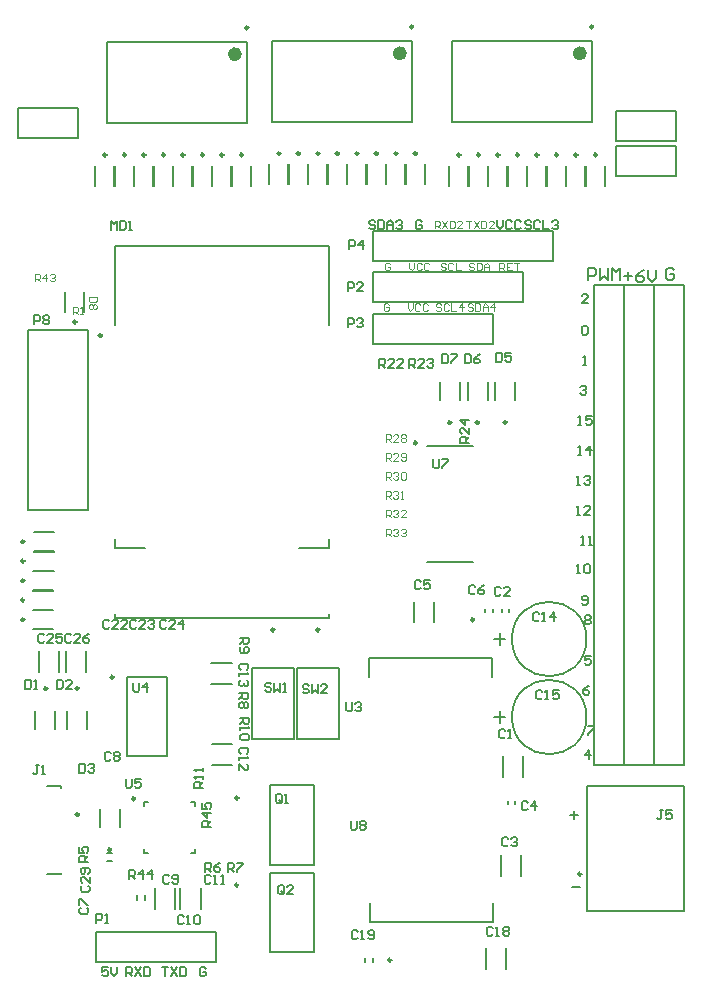
<source format=gto>
G04*
G04 #@! TF.GenerationSoftware,Altium Limited,Altium Designer,20.1.14 (287)*
G04*
G04 Layer_Color=65535*
%FSLAX25Y25*%
%MOIN*%
G70*
G04*
G04 #@! TF.SameCoordinates,C357774A-A1FF-41C0-A387-8AFBD113A784*
G04*
G04*
G04 #@! TF.FilePolarity,Positive*
G04*
G01*
G75*
%ADD10C,0.00984*%
%ADD11C,0.02362*%
%ADD12C,0.00787*%
%ADD13C,0.00400*%
%ADD14C,0.00600*%
%ADD15C,0.00500*%
%ADD16C,0.00591*%
D10*
X274492Y379390D02*
G03*
X274492Y379390I-492J0D01*
G01*
X319992D02*
G03*
X319992Y379390I-492J0D01*
G01*
X313492D02*
G03*
X313492Y379390I-492J0D01*
G01*
X306992D02*
G03*
X306992Y379390I-492J0D01*
G01*
X300492D02*
G03*
X300492Y379390I-492J0D01*
G01*
X287492D02*
G03*
X287492Y379390I-492J0D01*
G01*
X280992D02*
G03*
X280992Y379390I-492J0D01*
G01*
X318740Y422114D02*
G03*
X318740Y422114I-492J0D01*
G01*
X293992Y379390D02*
G03*
X293992Y379390I-492J0D01*
G01*
X201992D02*
G03*
X201992Y379390I-492J0D01*
G01*
X195492D02*
G03*
X195492Y379390I-492J0D01*
G01*
X182492D02*
G03*
X182492Y379390I-492J0D01*
G01*
X175992D02*
G03*
X175992Y379390I-492J0D01*
G01*
X169492D02*
G03*
X169492Y379390I-492J0D01*
G01*
X162992D02*
G03*
X162992Y379390I-492J0D01*
G01*
X188992D02*
G03*
X188992Y379390I-492J0D01*
G01*
X156492D02*
G03*
X156492Y379390I-492J0D01*
G01*
X203740Y421807D02*
G03*
X203740Y421807I-492J0D01*
G01*
X259992Y379890D02*
G03*
X259992Y379890I-492J0D01*
G01*
X258740Y422114D02*
G03*
X258740Y422114I-492J0D01*
G01*
X253492Y379890D02*
G03*
X253492Y379890I-492J0D01*
G01*
X246992D02*
G03*
X246992Y379890I-492J0D01*
G01*
X240492D02*
G03*
X240492Y379890I-492J0D01*
G01*
X233992D02*
G03*
X233992Y379890I-492J0D01*
G01*
X227492D02*
G03*
X227492Y379890I-492J0D01*
G01*
X220992D02*
G03*
X220992Y379890I-492J0D01*
G01*
X214492D02*
G03*
X214492Y379890I-492J0D01*
G01*
X155004Y319205D02*
G03*
X155004Y319205I-492J0D01*
G01*
X129102Y224500D02*
G03*
X129102Y224500I-492J0D01*
G01*
Y231000D02*
G03*
X129102Y231000I-492J0D01*
G01*
Y237500D02*
G03*
X129102Y237500I-492J0D01*
G01*
X129150Y250500D02*
G03*
X129150Y250500I-492J0D01*
G01*
Y244000D02*
G03*
X129150Y244000I-492J0D01*
G01*
X259976Y283374D02*
G03*
X259976Y283374I-492J0D01*
G01*
X158925Y205287D02*
G03*
X158925Y205287I-492J0D01*
G01*
X158024Y147776D02*
G03*
X158024Y147776I-492J0D01*
G01*
X314791Y139657D02*
G03*
X314791Y139657I-492J0D01*
G01*
X147283Y159461D02*
G03*
X147283Y159461I-492J0D01*
G01*
X289894Y290197D02*
G03*
X289894Y290197I-492J0D01*
G01*
X280644D02*
G03*
X280644Y290197I-492J0D01*
G01*
X271394D02*
G03*
X271394Y290197I-492J0D01*
G01*
X166026Y164764D02*
G03*
X166026Y164764I-492J0D01*
G01*
X279028Y224500D02*
G03*
X279028Y224500I-492J0D01*
G01*
X251457Y111000D02*
G03*
X251457Y111000I-492J0D01*
G01*
X146492Y323709D02*
G03*
X146492Y323709I-492J0D01*
G01*
X136721Y201539D02*
G03*
X136721Y201539I-492J0D01*
G01*
X147221D02*
G03*
X147221Y201539I-492J0D01*
G01*
X227492Y221087D02*
G03*
X227492Y221087I-492J0D01*
G01*
X212492D02*
G03*
X212492Y221087I-492J0D01*
G01*
X200390Y136000D02*
G03*
X200390Y136000I-492J0D01*
G01*
X200488Y165055D02*
G03*
X200488Y165055I-492J0D01*
G01*
D11*
X315472Y413256D02*
G03*
X315472Y413256I-1181J0D01*
G01*
X200472Y412949D02*
G03*
X200472Y412949I-1181J0D01*
G01*
X255472Y413256D02*
G03*
X255472Y413256I-1181J0D01*
G01*
D12*
X316480Y192000D02*
G03*
X316480Y192000I-12402J0D01*
G01*
Y218000D02*
G03*
X316480Y218000I-12402J0D01*
G01*
X305500Y344000D02*
Y354000D01*
X245500Y344000D02*
Y354000D01*
X305500D01*
X245500Y344000D02*
X305500D01*
X295500Y330500D02*
Y340500D01*
X245500Y330500D02*
X295500D01*
X245500Y340500D02*
X295500D01*
X245500Y330500D02*
Y340500D01*
X277150Y369153D02*
Y375847D01*
X270850Y369153D02*
Y375847D01*
X326500Y372500D02*
Y382500D01*
X346500D01*
Y372500D02*
Y382500D01*
X326500Y372500D02*
X346500D01*
X326500Y384000D02*
Y394000D01*
X346500D01*
Y384000D02*
Y394000D01*
X326500Y384000D02*
X346500D01*
X147000Y385000D02*
Y395000D01*
X127000Y385000D02*
X147000D01*
X127000D02*
Y395000D01*
X147000D01*
X322650Y369153D02*
Y375847D01*
X316350Y369153D02*
Y375847D01*
X316150Y369153D02*
Y375847D01*
X309850Y369153D02*
Y375847D01*
X309650Y369153D02*
Y375847D01*
X303350Y369153D02*
Y375847D01*
X303150Y369153D02*
Y375847D01*
X296850Y369153D02*
Y375847D01*
X290150Y369153D02*
Y375847D01*
X283850Y369153D02*
Y375847D01*
X283650Y369153D02*
Y375847D01*
X277350Y369153D02*
Y375847D01*
X271772Y417193D02*
X318228D01*
X271772Y390421D02*
X318228D01*
Y417193D01*
X271772Y390421D02*
Y417193D01*
X296650Y369153D02*
Y375847D01*
X290350Y369153D02*
Y375847D01*
X204650Y369153D02*
Y375847D01*
X198350Y369153D02*
Y375847D01*
X198150Y369153D02*
Y375847D01*
X191850Y369153D02*
Y375847D01*
X185150Y369153D02*
Y375847D01*
X178850Y369153D02*
Y375847D01*
X178650Y369153D02*
Y375847D01*
X172350Y369153D02*
Y375847D01*
X172150Y369153D02*
Y375847D01*
X165850Y369153D02*
Y375847D01*
X165650Y369153D02*
Y375847D01*
X159350Y369153D02*
Y375847D01*
X191650Y369153D02*
Y375847D01*
X185350Y369153D02*
Y375847D01*
X159150Y369153D02*
Y375847D01*
X152850Y369153D02*
Y375847D01*
X156772Y416886D02*
X203228D01*
X156772Y390114D02*
X203228D01*
Y416886D01*
X156772Y390114D02*
Y416886D01*
X262650Y369654D02*
Y376346D01*
X256350Y369654D02*
Y376346D01*
X211772Y417193D02*
X258228D01*
X211772Y390421D02*
X258228D01*
Y417193D01*
X211772Y390421D02*
Y417193D01*
X256150Y369654D02*
Y376346D01*
X249850Y369654D02*
Y376346D01*
X249650Y369654D02*
Y376346D01*
X243350Y369654D02*
Y376346D01*
X243150Y369654D02*
Y376346D01*
X236850Y369654D02*
Y376346D01*
X236650Y369654D02*
Y376346D01*
X230350Y369654D02*
Y376346D01*
X230150Y369654D02*
Y376346D01*
X223850Y369654D02*
Y376346D01*
X223650Y369654D02*
Y376346D01*
X217350Y369654D02*
Y376346D01*
X217150Y369654D02*
Y376346D01*
X210850Y369654D02*
Y376346D01*
X159335Y349185D02*
X230594D01*
Y248398D02*
Y251252D01*
Y322748D02*
Y349185D01*
X159335Y248398D02*
X169217D01*
X220713D02*
X230594D01*
X159335D02*
Y251252D01*
Y322748D02*
Y349185D01*
Y225161D02*
X230594D01*
Y225386D02*
Y226291D01*
X159335Y225386D02*
Y226476D01*
X132153Y221350D02*
X138847D01*
X132153Y227650D02*
X138847D01*
X150500Y261000D02*
Y321000D01*
X130500D02*
X150500D01*
X130500Y261000D02*
Y321000D01*
Y261000D02*
X150500D01*
X132153Y234150D02*
X138847D01*
X132153Y227850D02*
X138847D01*
X132153Y240650D02*
X138847D01*
X132153Y234350D02*
X138847D01*
X132201Y253650D02*
X138894D01*
X132201Y247350D02*
X138894D01*
X132201Y247150D02*
X138894D01*
X132201Y240850D02*
X138894D01*
X134153Y207055D02*
Y213945D01*
X140858Y207076D02*
Y213966D01*
X143154Y207055D02*
Y213945D01*
X149858Y207076D02*
Y213966D01*
X285500Y316500D02*
Y326500D01*
X245500Y316500D02*
X285500D01*
X245500Y326500D02*
X285500D01*
X245500Y316500D02*
Y326500D01*
X263285Y243709D02*
X278715D01*
X263285Y282291D02*
X278715D01*
X163354Y179106D02*
X176740D01*
X163354Y205484D02*
X176740D01*
Y179106D02*
Y205484D01*
X163354Y179106D02*
Y205484D01*
X285279Y226909D02*
Y228091D01*
X282720Y226909D02*
Y228091D01*
X290779Y226862D02*
Y228043D01*
X288221Y226862D02*
Y228043D01*
X154283Y155354D02*
Y161260D01*
X160976Y155354D02*
Y161260D01*
X339079Y336035D02*
X349079D01*
X339079Y183535D02*
Y336035D01*
Y176035D02*
Y183535D01*
Y176035D02*
X349079D01*
Y336035D01*
X329079D02*
X339079D01*
X329079Y183535D02*
Y336035D01*
Y176035D02*
Y183535D01*
Y176035D02*
X339079D01*
Y336035D01*
X319079D02*
X329079D01*
X319079Y183535D02*
Y336035D01*
Y176035D02*
Y183535D01*
Y176035D02*
X329079D01*
Y336035D01*
X295346Y172055D02*
Y178945D01*
X288642Y172034D02*
Y178924D01*
X290220Y162909D02*
Y164091D01*
X292779Y162909D02*
Y164091D01*
X294847Y139055D02*
Y145945D01*
X288142Y139034D02*
Y145924D01*
X349142Y127453D02*
Y169185D01*
X316858D02*
X349142D01*
X316858Y127453D02*
Y169185D01*
Y127453D02*
X349142D01*
X136811Y139579D02*
X141476D01*
Y140169D01*
X136811Y169106D02*
X141476D01*
Y168516D02*
Y169106D01*
X286154Y297776D02*
Y303681D01*
X292846Y297776D02*
Y303681D01*
X276904Y297776D02*
Y303681D01*
X283596Y297776D02*
Y303681D01*
X267653Y297776D02*
Y303681D01*
X274346Y297776D02*
Y303681D01*
X284972Y205405D02*
Y211705D01*
X244028Y205405D02*
Y211705D01*
X284972D01*
X244528Y123795D02*
Y130095D01*
X285472Y123795D02*
Y130095D01*
X244528Y123795D02*
X285472D01*
X245280Y110409D02*
Y111591D01*
X242721Y110409D02*
Y111591D01*
X283142Y108034D02*
Y114924D01*
X289846Y108055D02*
Y114945D01*
X265858Y223576D02*
Y230466D01*
X259154Y223555D02*
Y230445D01*
X233890Y184689D02*
Y208311D01*
X220110D02*
X233890D01*
X220110Y184689D02*
X233890D01*
X220110D02*
Y208311D01*
X211118Y142811D02*
Y169189D01*
Y142811D02*
X225685D01*
Y169189D01*
X211118D02*
X225685D01*
X191534Y182858D02*
X198424D01*
X191555Y176154D02*
X198445D01*
X156669Y143965D02*
X158244D01*
X156669Y146721D02*
X158244D01*
X143283Y188055D02*
Y193961D01*
X149976Y188055D02*
Y193961D01*
X166669Y130961D02*
Y132535D01*
X169425Y130961D02*
Y132535D01*
X132783Y188055D02*
Y193961D01*
X139476Y188055D02*
Y193961D01*
X153000Y110500D02*
Y120500D01*
X193000D01*
X153000Y110500D02*
X193000D01*
Y120500D01*
X218890Y184689D02*
Y208311D01*
X205110D02*
X218890D01*
X205110Y184689D02*
X218890D01*
X205110D02*
Y208311D01*
X211020Y113756D02*
Y140134D01*
Y113756D02*
X225587D01*
Y140134D01*
X211020D02*
X225587D01*
X191491Y209862D02*
X198381D01*
X191512Y203157D02*
X198402D01*
X169069Y162350D02*
Y163728D01*
X170447D01*
X184620D02*
X185998D01*
Y162350D02*
Y163728D01*
Y146799D02*
Y148177D01*
X184620Y146799D02*
X185998D01*
X169069D02*
Y148177D01*
Y146799D02*
X170447D01*
X149150Y327153D02*
Y333846D01*
X142850Y327153D02*
Y333846D01*
X181189Y128054D02*
Y134944D01*
X187894Y128075D02*
Y134965D01*
X172689Y128054D02*
Y134944D01*
X179394Y128075D02*
Y134965D01*
D13*
X251066Y342983D02*
X250650Y343399D01*
X249816D01*
X249400Y342983D01*
Y341317D01*
X249816Y340900D01*
X250650D01*
X251066Y341317D01*
Y342150D01*
X250233D01*
X276400Y357399D02*
X278066D01*
X277233D01*
Y354900D01*
X278899Y357399D02*
X280565Y354900D01*
Y357399D02*
X278899Y354900D01*
X281398Y357399D02*
Y354900D01*
X282648D01*
X283065Y355316D01*
Y356983D01*
X282648Y357399D01*
X281398D01*
X285564Y354900D02*
X283898D01*
X285564Y356566D01*
Y356983D01*
X285147Y357399D01*
X284314D01*
X283898Y356983D01*
X250566Y329483D02*
X250150Y329899D01*
X249317D01*
X248900Y329483D01*
Y327817D01*
X249317Y327400D01*
X250150D01*
X250566Y327817D01*
Y328650D01*
X249733D01*
X287400Y340900D02*
Y343399D01*
X288650D01*
X289066Y342983D01*
Y342150D01*
X288650Y341733D01*
X287400D01*
X288233D02*
X289066Y340900D01*
X291565Y343399D02*
X289899D01*
Y340900D01*
X291565D01*
X289899Y342150D02*
X290732D01*
X292398Y343399D02*
X294064D01*
X293231D01*
Y340900D01*
X268066Y329483D02*
X267650Y329899D01*
X266816D01*
X266400Y329483D01*
Y329066D01*
X266816Y328650D01*
X267650D01*
X268066Y328233D01*
Y327817D01*
X267650Y327400D01*
X266816D01*
X266400Y327817D01*
X270565Y329483D02*
X270149Y329899D01*
X269316D01*
X268899Y329483D01*
Y327817D01*
X269316Y327400D01*
X270149D01*
X270565Y327817D01*
X271398Y329899D02*
Y327400D01*
X273064D01*
X275147D02*
Y329899D01*
X273898Y328650D01*
X275564D01*
X279066Y342983D02*
X278650Y343399D01*
X277817D01*
X277400Y342983D01*
Y342566D01*
X277817Y342150D01*
X278650D01*
X279066Y341733D01*
Y341317D01*
X278650Y340900D01*
X277817D01*
X277400Y341317D01*
X279899Y343399D02*
Y340900D01*
X281149D01*
X281565Y341317D01*
Y342983D01*
X281149Y343399D01*
X279899D01*
X282398Y340900D02*
Y342566D01*
X283231Y343399D01*
X284065Y342566D01*
Y340900D01*
Y342150D01*
X282398D01*
X278566Y329483D02*
X278150Y329899D01*
X277316D01*
X276900Y329483D01*
Y329066D01*
X277316Y328650D01*
X278150D01*
X278566Y328233D01*
Y327817D01*
X278150Y327400D01*
X277316D01*
X276900Y327817D01*
X279399Y329899D02*
Y327400D01*
X280649D01*
X281065Y327817D01*
Y329483D01*
X280649Y329899D01*
X279399D01*
X281898Y327400D02*
Y329066D01*
X282731Y329899D01*
X283564Y329066D01*
Y327400D01*
Y328650D01*
X281898D01*
X285647Y327400D02*
Y329899D01*
X284398Y328650D01*
X286064D01*
X257400Y343399D02*
Y341733D01*
X258233Y340900D01*
X259066Y341733D01*
Y343399D01*
X261565Y342983D02*
X261149Y343399D01*
X260316D01*
X259899Y342983D01*
Y341317D01*
X260316Y340900D01*
X261149D01*
X261565Y341317D01*
X264065Y342983D02*
X263648Y343399D01*
X262815D01*
X262398Y342983D01*
Y341317D01*
X262815Y340900D01*
X263648D01*
X264065Y341317D01*
X269566Y342983D02*
X269150Y343399D01*
X268317D01*
X267900Y342983D01*
Y342566D01*
X268317Y342150D01*
X269150D01*
X269566Y341733D01*
Y341317D01*
X269150Y340900D01*
X268317D01*
X267900Y341317D01*
X272065Y342983D02*
X271649Y343399D01*
X270816D01*
X270399Y342983D01*
Y341317D01*
X270816Y340900D01*
X271649D01*
X272065Y341317D01*
X272898Y343399D02*
Y340900D01*
X274565D01*
X256900Y329899D02*
Y328233D01*
X257733Y327400D01*
X258566Y328233D01*
Y329899D01*
X261065Y329483D02*
X260649Y329899D01*
X259816D01*
X259399Y329483D01*
Y327817D01*
X259816Y327400D01*
X260649D01*
X261065Y327817D01*
X263564Y329483D02*
X263148Y329899D01*
X262315D01*
X261898Y329483D01*
Y327817D01*
X262315Y327400D01*
X263148D01*
X263564Y327817D01*
X265900Y354900D02*
Y357399D01*
X267150D01*
X267566Y356983D01*
Y356150D01*
X267150Y355733D01*
X265900D01*
X266733D02*
X267566Y354900D01*
X268399Y357399D02*
X270065Y354900D01*
Y357399D02*
X268399Y354900D01*
X270898Y357399D02*
Y354900D01*
X272148D01*
X272565Y355316D01*
Y356983D01*
X272148Y357399D01*
X270898D01*
X275064Y354900D02*
X273398D01*
X275064Y356566D01*
Y356983D01*
X274647Y357399D01*
X273814D01*
X273398Y356983D01*
X249668Y252250D02*
Y254750D01*
X250917D01*
X251334Y254333D01*
Y253500D01*
X250917Y253083D01*
X249668D01*
X250501D02*
X251334Y252250D01*
X252167Y254333D02*
X252584Y254750D01*
X253416D01*
X253833Y254333D01*
Y253917D01*
X253416Y253500D01*
X253000D01*
X253416D01*
X253833Y253083D01*
Y252667D01*
X253416Y252250D01*
X252584D01*
X252167Y252667D01*
X254666Y254333D02*
X255083Y254750D01*
X255916D01*
X256332Y254333D01*
Y253917D01*
X255916Y253500D01*
X255499D01*
X255916D01*
X256332Y253083D01*
Y252667D01*
X255916Y252250D01*
X255083D01*
X254666Y252667D01*
X249668Y258550D02*
Y261050D01*
X250917D01*
X251334Y260633D01*
Y259800D01*
X250917Y259384D01*
X249668D01*
X250501D02*
X251334Y258550D01*
X252167Y260633D02*
X252584Y261050D01*
X253416D01*
X253833Y260633D01*
Y260216D01*
X253416Y259800D01*
X253000D01*
X253416D01*
X253833Y259384D01*
Y258967D01*
X253416Y258550D01*
X252584D01*
X252167Y258967D01*
X256332Y258550D02*
X254666D01*
X256332Y260216D01*
Y260633D01*
X255916Y261050D01*
X255083D01*
X254666Y260633D01*
X249584Y264850D02*
Y267350D01*
X250834D01*
X251250Y266933D01*
Y266100D01*
X250834Y265684D01*
X249584D01*
X250417D02*
X251250Y264850D01*
X252083Y266933D02*
X252500Y267350D01*
X253333D01*
X253750Y266933D01*
Y266516D01*
X253333Y266100D01*
X252917D01*
X253333D01*
X253750Y265684D01*
Y265267D01*
X253333Y264850D01*
X252500D01*
X252083Y265267D01*
X254583Y264850D02*
X255416D01*
X254999D01*
Y267350D01*
X254583Y266933D01*
X249668Y271150D02*
Y273650D01*
X250917D01*
X251334Y273233D01*
Y272400D01*
X250917Y271984D01*
X249668D01*
X250501D02*
X251334Y271150D01*
X252167Y273233D02*
X252584Y273650D01*
X253416D01*
X253833Y273233D01*
Y272816D01*
X253416Y272400D01*
X253000D01*
X253416D01*
X253833Y271984D01*
Y271567D01*
X253416Y271150D01*
X252584D01*
X252167Y271567D01*
X254666Y273233D02*
X255083Y273650D01*
X255916D01*
X256332Y273233D01*
Y271567D01*
X255916Y271150D01*
X255083D01*
X254666Y271567D01*
Y273233D01*
X249668Y277450D02*
Y279950D01*
X250917D01*
X251334Y279533D01*
Y278700D01*
X250917Y278284D01*
X249668D01*
X250501D02*
X251334Y277450D01*
X253833D02*
X252167D01*
X253833Y279117D01*
Y279533D01*
X253416Y279950D01*
X252584D01*
X252167Y279533D01*
X254666Y277867D02*
X255083Y277450D01*
X255916D01*
X256332Y277867D01*
Y279533D01*
X255916Y279950D01*
X255083D01*
X254666Y279533D01*
Y279117D01*
X255083Y278700D01*
X256332D01*
X249668Y283750D02*
Y286250D01*
X250917D01*
X251334Y285833D01*
Y285000D01*
X250917Y284583D01*
X249668D01*
X250501D02*
X251334Y283750D01*
X253833D02*
X252167D01*
X253833Y285417D01*
Y285833D01*
X253416Y286250D01*
X252584D01*
X252167Y285833D01*
X254666D02*
X255083Y286250D01*
X255916D01*
X256332Y285833D01*
Y285417D01*
X255916Y285000D01*
X256332Y284583D01*
Y284167D01*
X255916Y283750D01*
X255083D01*
X254666Y284167D01*
Y284583D01*
X255083Y285000D01*
X254666Y285417D01*
Y285833D01*
X255083Y285000D02*
X255916D01*
X132668Y337250D02*
Y339750D01*
X133917D01*
X134334Y339333D01*
Y338500D01*
X133917Y338084D01*
X132668D01*
X133501D02*
X134334Y337250D01*
X136416D02*
Y339750D01*
X135167Y338500D01*
X136833D01*
X137666Y339333D02*
X138083Y339750D01*
X138916D01*
X139332Y339333D01*
Y338916D01*
X138916Y338500D01*
X138499D01*
X138916D01*
X139332Y338084D01*
Y337667D01*
X138916Y337250D01*
X138083D01*
X137666Y337667D01*
X145334Y326250D02*
Y328750D01*
X146583D01*
X147000Y328333D01*
Y327500D01*
X146583Y327083D01*
X145334D01*
X146167D02*
X147000Y326250D01*
X147833D02*
X148666D01*
X148250D01*
Y328750D01*
X147833Y328333D01*
X153250Y332083D02*
X150750D01*
Y330833D01*
X151167Y330416D01*
X152833D01*
X153250Y330833D01*
Y332083D01*
X152833Y329584D02*
X153250Y329167D01*
Y328334D01*
X152833Y327917D01*
X152417D01*
X152000Y328334D01*
X151584Y327917D01*
X151167D01*
X150750Y328334D01*
Y329167D01*
X151167Y329584D01*
X151584D01*
X152000Y329167D01*
X152417Y329584D01*
X152833D01*
X152000Y329167D02*
Y328334D01*
D14*
X329100Y339099D02*
X331766D01*
X330433Y340432D02*
Y337766D01*
X335765Y341099D02*
X334432Y340432D01*
X333099Y339099D01*
Y337766D01*
X333765Y337100D01*
X335098D01*
X335765Y337766D01*
Y338433D01*
X335098Y339099D01*
X333099D01*
X337097Y341099D02*
Y338433D01*
X338430Y337100D01*
X339763Y338433D01*
Y341099D01*
X189599Y108099D02*
X189100Y108599D01*
X188100D01*
X187600Y108099D01*
Y106100D01*
X188100Y105600D01*
X189100D01*
X189599Y106100D01*
Y107099D01*
X188600D01*
X345766Y340932D02*
X345099Y341599D01*
X343766D01*
X343100Y340932D01*
Y338266D01*
X343766Y337600D01*
X345099D01*
X345766Y338266D01*
Y339599D01*
X344433D01*
X317100Y337600D02*
Y341599D01*
X319099D01*
X319766Y340932D01*
Y339599D01*
X319099Y338933D01*
X317100D01*
X321099Y341599D02*
Y337600D01*
X322432Y338933D01*
X323764Y337600D01*
Y341599D01*
X325097Y337600D02*
Y341599D01*
X326430Y340266D01*
X327763Y341599D01*
Y337600D01*
X246099Y357099D02*
X245600Y357599D01*
X244600D01*
X244100Y357099D01*
Y356599D01*
X244600Y356100D01*
X245600D01*
X246099Y355600D01*
Y355100D01*
X245600Y354600D01*
X244600D01*
X244100Y355100D01*
X247099Y357599D02*
Y354600D01*
X248599D01*
X249098Y355100D01*
Y357099D01*
X248599Y357599D01*
X247099D01*
X250098Y354600D02*
Y356599D01*
X251098Y357599D01*
X252097Y356599D01*
Y354600D01*
Y356100D01*
X250098D01*
X253097Y357099D02*
X253597Y357599D01*
X254597D01*
X255096Y357099D01*
Y356599D01*
X254597Y356100D01*
X254097D01*
X254597D01*
X255096Y355600D01*
Y355100D01*
X254597Y354600D01*
X253597D01*
X253097Y355100D01*
X286600Y357599D02*
Y355600D01*
X287600Y354600D01*
X288599Y355600D01*
Y357599D01*
X291598Y357099D02*
X291098Y357599D01*
X290099D01*
X289599Y357099D01*
Y355100D01*
X290099Y354600D01*
X291098D01*
X291598Y355100D01*
X294597Y357099D02*
X294098Y357599D01*
X293098D01*
X292598Y357099D01*
Y355100D01*
X293098Y354600D01*
X294098D01*
X294597Y355100D01*
X157099Y108599D02*
X155100D01*
Y107099D01*
X156100Y107599D01*
X156599D01*
X157099Y107099D01*
Y106100D01*
X156599Y105600D01*
X155600D01*
X155100Y106100D01*
X158099Y108599D02*
Y106600D01*
X159099Y105600D01*
X160098Y106600D01*
Y108599D01*
X261599Y357099D02*
X261100Y357599D01*
X260100D01*
X259600Y357099D01*
Y355100D01*
X260100Y354600D01*
X261100D01*
X261599Y355100D01*
Y356100D01*
X260600D01*
X175100Y108599D02*
X177099D01*
X176100D01*
Y105600D01*
X178099Y108599D02*
X180098Y105600D01*
Y108599D02*
X178099Y105600D01*
X181098Y108599D02*
Y105600D01*
X182598D01*
X183097Y106100D01*
Y108099D01*
X182598Y108599D01*
X181098D01*
X298099Y357099D02*
X297600Y357599D01*
X296600D01*
X296100Y357099D01*
Y356599D01*
X296600Y356100D01*
X297600D01*
X298099Y355600D01*
Y355100D01*
X297600Y354600D01*
X296600D01*
X296100Y355100D01*
X301098Y357099D02*
X300599Y357599D01*
X299599D01*
X299099Y357099D01*
Y355100D01*
X299599Y354600D01*
X300599D01*
X301098Y355100D01*
X302098Y357599D02*
Y354600D01*
X304097D01*
X305097Y357099D02*
X305597Y357599D01*
X306597D01*
X307096Y357099D01*
Y356599D01*
X306597Y356100D01*
X306097D01*
X306597D01*
X307096Y355600D01*
Y355100D01*
X306597Y354600D01*
X305597D01*
X305097Y355100D01*
X163100Y105600D02*
Y108599D01*
X164600D01*
X165099Y108099D01*
Y107099D01*
X164600Y106600D01*
X163100D01*
X164100D02*
X165099Y105600D01*
X166099Y108599D02*
X168098Y105600D01*
Y108599D02*
X166099Y105600D01*
X169098Y108599D02*
Y105600D01*
X170598D01*
X171097Y106100D01*
Y108099D01*
X170598Y108599D01*
X169098D01*
X311100Y159499D02*
X313766D01*
X312433Y160832D02*
Y158167D01*
X311600Y135499D02*
X314266D01*
D15*
X315000Y322000D02*
X315500Y322499D01*
X316500D01*
X317000Y322000D01*
Y320000D01*
X316500Y319500D01*
X315500D01*
X315000Y320000D01*
Y322000D01*
Y230000D02*
X315500Y229501D01*
X316500D01*
X317000Y230000D01*
Y232000D01*
X316500Y232500D01*
X315500D01*
X315000Y232000D01*
Y231500D01*
X315500Y231000D01*
X317000D01*
X317500Y202500D02*
X316500Y202000D01*
X315500Y201000D01*
Y200000D01*
X316000Y199501D01*
X317000D01*
X317500Y200000D01*
Y200500D01*
X317000Y201000D01*
X315500D01*
X317000Y188999D02*
X319000D01*
Y188500D01*
X317000Y186500D01*
Y186001D01*
X313251Y240001D02*
X314250D01*
X313751D01*
Y243000D01*
X313251Y242500D01*
X315750D02*
X316250Y243000D01*
X317249D01*
X317749Y242500D01*
Y240500D01*
X317249Y240001D01*
X316250D01*
X315750Y240500D01*
Y242500D01*
X316000Y225500D02*
X316500Y225999D01*
X317500D01*
X318000Y225500D01*
Y225000D01*
X317500Y224500D01*
X318000Y224000D01*
Y223500D01*
X317500Y223001D01*
X316500D01*
X316000Y223500D01*
Y224000D01*
X316500Y224500D01*
X316000Y225000D01*
Y225500D01*
X316500Y224500D02*
X317500D01*
Y178000D02*
Y181000D01*
X316000Y179500D01*
X318000D01*
X313251Y269500D02*
X314250D01*
X313751D01*
Y272499D01*
X313251Y272000D01*
X315750D02*
X316250Y272499D01*
X317249D01*
X317749Y272000D01*
Y271500D01*
X317249Y271000D01*
X316750D01*
X317249D01*
X317749Y270500D01*
Y270000D01*
X317249Y269500D01*
X316250D01*
X315750Y270000D01*
X315500Y309501D02*
X316500D01*
X316000D01*
Y312499D01*
X315500Y312000D01*
X318000Y212499D02*
X316000D01*
Y211000D01*
X317000Y211500D01*
X317500D01*
X318000Y211000D01*
Y210000D01*
X317500Y209501D01*
X316500D01*
X316000Y210000D01*
X313751Y279501D02*
X314750D01*
X314251D01*
Y282500D01*
X313751Y282000D01*
X317749Y279501D02*
Y282500D01*
X316250Y281000D01*
X318249D01*
X313751Y289500D02*
X314750D01*
X314251D01*
Y292499D01*
X313751Y292000D01*
X318249Y292499D02*
X316250D01*
Y291000D01*
X317250Y291500D01*
X317749D01*
X318249Y291000D01*
Y290000D01*
X317749Y289500D01*
X316750D01*
X316250Y290000D01*
X314500Y302000D02*
X315000Y302500D01*
X316000D01*
X316500Y302000D01*
Y301500D01*
X316000Y301000D01*
X315500D01*
X316000D01*
X316500Y300500D01*
Y300000D01*
X316000Y299500D01*
X315000D01*
X314500Y300000D01*
X314751Y249500D02*
X315750D01*
X315250D01*
Y252500D01*
X314751Y252000D01*
X317250Y249500D02*
X318249D01*
X317750D01*
Y252500D01*
X317250Y252000D01*
X317000Y330000D02*
X315000D01*
X317000Y332000D01*
Y332500D01*
X316500Y332999D01*
X315500D01*
X315000Y332500D01*
X313251Y259501D02*
X314250D01*
X313751D01*
Y262499D01*
X313251Y262000D01*
X317749Y259501D02*
X315750D01*
X317749Y261500D01*
Y262000D01*
X317249Y262499D01*
X316250D01*
X315750Y262000D01*
X132501Y323001D02*
Y325999D01*
X134000D01*
X134500Y325500D01*
Y324500D01*
X134000Y324000D01*
X132501D01*
X135500Y325500D02*
X136000Y325999D01*
X136999D01*
X137499Y325500D01*
Y325000D01*
X136999Y324500D01*
X137499Y324000D01*
Y323500D01*
X136999Y323001D01*
X136000D01*
X135500Y323500D01*
Y324000D01*
X136000Y324500D01*
X135500Y325000D01*
Y325500D01*
X136000Y324500D02*
X136999D01*
X158013Y354441D02*
Y357440D01*
X159013Y356440D01*
X160013Y357440D01*
Y354441D01*
X161012Y357440D02*
Y354441D01*
X162512D01*
X163012Y354941D01*
Y356940D01*
X162512Y357440D01*
X161012D01*
X164012Y354441D02*
X165011D01*
X164511D01*
Y357440D01*
X164012Y356940D01*
X237001Y334000D02*
Y337000D01*
X238500D01*
X239000Y336500D01*
Y335500D01*
X238500Y335000D01*
X237001D01*
X241999Y334000D02*
X240000D01*
X241999Y336000D01*
Y336500D01*
X241499Y337000D01*
X240500D01*
X240000Y336500D01*
X237001Y322001D02*
Y324999D01*
X238500D01*
X239000Y324500D01*
Y323500D01*
X238500Y323000D01*
X237001D01*
X240000Y324500D02*
X240500Y324999D01*
X241499D01*
X241999Y324500D01*
Y324000D01*
X241499Y323500D01*
X241000D01*
X241499D01*
X241999Y323000D01*
Y322500D01*
X241499Y322001D01*
X240500D01*
X240000Y322500D01*
X265501Y277999D02*
Y275500D01*
X266001Y275001D01*
X267000D01*
X267500Y275500D01*
Y277999D01*
X268500D02*
X270499D01*
Y277500D01*
X268500Y275500D01*
Y275001D01*
X144827Y219248D02*
X144328Y219748D01*
X143328D01*
X142828Y219248D01*
Y217248D01*
X143328Y216748D01*
X144328D01*
X144827Y217248D01*
X147826Y216748D02*
X145827D01*
X147826Y218748D01*
Y219248D01*
X147327Y219748D01*
X146327D01*
X145827Y219248D01*
X150826Y219748D02*
X149826Y219248D01*
X148826Y218248D01*
Y217248D01*
X149326Y216748D01*
X150326D01*
X150826Y217248D01*
Y217748D01*
X150326Y218248D01*
X148826D01*
X135827Y219189D02*
X135328Y219689D01*
X134328D01*
X133828Y219189D01*
Y217189D01*
X134328Y216689D01*
X135328D01*
X135827Y217189D01*
X138826Y216689D02*
X136827D01*
X138826Y218689D01*
Y219189D01*
X138327Y219689D01*
X137327D01*
X136827Y219189D01*
X141825Y219689D02*
X139826D01*
Y218189D01*
X140826Y218689D01*
X141326D01*
X141825Y218189D01*
Y217189D01*
X141326Y216689D01*
X140326D01*
X139826Y217189D01*
X176501Y224000D02*
X176001Y224500D01*
X175001D01*
X174501Y224000D01*
Y222000D01*
X175001Y221500D01*
X176001D01*
X176501Y222000D01*
X179500Y221500D02*
X177500D01*
X179500Y223500D01*
Y224000D01*
X179000Y224500D01*
X178000D01*
X177500Y224000D01*
X181999Y221500D02*
Y224500D01*
X180499Y223000D01*
X182499D01*
X166501Y224000D02*
X166001Y224500D01*
X165001D01*
X164501Y224000D01*
Y222000D01*
X165001Y221500D01*
X166001D01*
X166501Y222000D01*
X169500Y221500D02*
X167500D01*
X169500Y223500D01*
Y224000D01*
X169000Y224500D01*
X168000D01*
X167500Y224000D01*
X170499D02*
X170999Y224500D01*
X171999D01*
X172499Y224000D01*
Y223500D01*
X171999Y223000D01*
X171499D01*
X171999D01*
X172499Y222500D01*
Y222000D01*
X171999Y221500D01*
X170999D01*
X170499Y222000D01*
X157501Y224000D02*
X157001Y224500D01*
X156001D01*
X155501Y224000D01*
Y222000D01*
X156001Y221500D01*
X157001D01*
X157501Y222000D01*
X160500Y221500D02*
X158500D01*
X160500Y223500D01*
Y224000D01*
X160000Y224500D01*
X159000D01*
X158500Y224000D01*
X163499Y221500D02*
X161499D01*
X163499Y223500D01*
Y224000D01*
X162999Y224500D01*
X161999D01*
X161499Y224000D01*
X301751Y200500D02*
X301251Y200999D01*
X300251D01*
X299751Y200500D01*
Y198500D01*
X300251Y198001D01*
X301251D01*
X301751Y198500D01*
X302750Y198001D02*
X303750D01*
X303250D01*
Y200999D01*
X302750Y200500D01*
X307249Y200999D02*
X305249D01*
Y199500D01*
X306249Y200000D01*
X306749D01*
X307249Y199500D01*
Y198500D01*
X306749Y198001D01*
X305749D01*
X305249Y198500D01*
X300751Y226500D02*
X300251Y226999D01*
X299251D01*
X298751Y226500D01*
Y224500D01*
X299251Y224001D01*
X300251D01*
X300751Y224500D01*
X301750Y224001D02*
X302750D01*
X302250D01*
Y226999D01*
X301750Y226500D01*
X305749Y224001D02*
Y226999D01*
X304249Y225500D01*
X306249D01*
X163001Y171500D02*
Y169000D01*
X163501Y168500D01*
X164500D01*
X165000Y169000D01*
Y171500D01*
X167999D02*
X166000D01*
Y170000D01*
X166999Y170500D01*
X167499D01*
X167999Y170000D01*
Y169000D01*
X167499Y168500D01*
X166500D01*
X166000Y169000D01*
X238001Y157500D02*
Y155000D01*
X238501Y154500D01*
X239500D01*
X240000Y155000D01*
Y157500D01*
X241000Y157000D02*
X241500Y157500D01*
X242499D01*
X242999Y157000D01*
Y156500D01*
X242499Y156000D01*
X242999Y155500D01*
Y155000D01*
X242499Y154500D01*
X241500D01*
X241000Y155000D01*
Y155500D01*
X241500Y156000D01*
X241000Y156500D01*
Y157000D01*
X241500Y156000D02*
X242499D01*
X165501Y203500D02*
Y201000D01*
X166001Y200500D01*
X167000D01*
X167500Y201000D01*
Y203500D01*
X169999Y200500D02*
Y203500D01*
X168500Y202000D01*
X170499D01*
X236501Y197000D02*
Y194500D01*
X237001Y194000D01*
X238000D01*
X238500Y194500D01*
Y197000D01*
X239500Y196500D02*
X240000Y197000D01*
X240999D01*
X241499Y196500D01*
Y196000D01*
X240999Y195500D01*
X240499D01*
X240999D01*
X241499Y195000D01*
Y194500D01*
X240999Y194000D01*
X240000D01*
X239500Y194500D01*
X224001Y202500D02*
X223501Y202999D01*
X222501D01*
X222001Y202500D01*
Y202000D01*
X222501Y201500D01*
X223501D01*
X224001Y201000D01*
Y200500D01*
X223501Y200001D01*
X222501D01*
X222001Y200500D01*
X225000Y202999D02*
Y200001D01*
X226000Y201000D01*
X227000Y200001D01*
Y202999D01*
X229999Y200001D02*
X227999D01*
X229999Y202000D01*
Y202500D01*
X229499Y202999D01*
X228499D01*
X227999Y202500D01*
X211501Y203000D02*
X211001Y203500D01*
X210001D01*
X209501Y203000D01*
Y202500D01*
X210001Y202000D01*
X211001D01*
X211501Y201500D01*
Y201000D01*
X211001Y200500D01*
X210001D01*
X209501Y201000D01*
X212500Y203500D02*
Y200500D01*
X213500Y201500D01*
X214499Y200500D01*
Y203500D01*
X215499Y200500D02*
X216499D01*
X215999D01*
Y203500D01*
X215499Y203000D01*
X191499Y155501D02*
X188500D01*
Y157001D01*
X189000Y157501D01*
X190000D01*
X190500Y157001D01*
Y155501D01*
Y156501D02*
X191499Y157501D01*
Y160000D02*
X188500D01*
X190000Y158500D01*
Y160500D01*
X188500Y163499D02*
Y161499D01*
X190000D01*
X189500Y162499D01*
Y162999D01*
X190000Y163499D01*
X191000D01*
X191499Y162999D01*
Y161999D01*
X191000Y161499D01*
X164049Y138020D02*
Y141019D01*
X165548D01*
X166048Y140519D01*
Y139520D01*
X165548Y139020D01*
X164049D01*
X165048D02*
X166048Y138020D01*
X168547D02*
Y141019D01*
X167048Y139520D01*
X169047D01*
X171546Y138020D02*
Y141019D01*
X170047Y139520D01*
X172046D01*
X277500Y283501D02*
X274500D01*
Y285001D01*
X275000Y285501D01*
X276000D01*
X276500Y285001D01*
Y283501D01*
Y284501D02*
X277500Y285501D01*
Y288500D02*
Y286500D01*
X275500Y288500D01*
X275000D01*
X274500Y288000D01*
Y287000D01*
X275000Y286500D01*
X277500Y290999D02*
X274500D01*
X276000Y289499D01*
Y291499D01*
X257501Y308501D02*
Y311500D01*
X259001D01*
X259501Y311000D01*
Y310000D01*
X259001Y309500D01*
X257501D01*
X258501D02*
X259501Y308501D01*
X262500D02*
X260500D01*
X262500Y310500D01*
Y311000D01*
X262000Y311500D01*
X261000D01*
X260500Y311000D01*
X263499D02*
X263999Y311500D01*
X264999D01*
X265499Y311000D01*
Y310500D01*
X264999Y310000D01*
X264499D01*
X264999D01*
X265499Y309500D01*
Y309000D01*
X264999Y308501D01*
X263999D01*
X263499Y309000D01*
X247501Y308501D02*
Y311500D01*
X249001D01*
X249501Y311000D01*
Y310000D01*
X249001Y309500D01*
X247501D01*
X248501D02*
X249501Y308501D01*
X252500D02*
X250500D01*
X252500Y310500D01*
Y311000D01*
X252000Y311500D01*
X251000D01*
X250500Y311000D01*
X255499Y308501D02*
X253499D01*
X255499Y310500D01*
Y311000D01*
X254999Y311500D01*
X253999D01*
X253499Y311000D01*
X188728Y168424D02*
X185729D01*
Y169924D01*
X186229Y170424D01*
X187228D01*
X187728Y169924D01*
Y168424D01*
Y169424D02*
X188728Y170424D01*
Y171423D02*
Y172423D01*
Y171923D01*
X185729D01*
X186229Y171423D01*
X188728Y173923D02*
Y174922D01*
Y174422D01*
X185729D01*
X186229Y173923D01*
X201060Y191749D02*
X204059D01*
Y190249D01*
X203559Y189749D01*
X202559D01*
X202059Y190249D01*
Y191749D01*
Y190749D02*
X201060Y189749D01*
Y188750D02*
Y187750D01*
Y188250D01*
X204059D01*
X203559Y188750D01*
Y186251D02*
X204059Y185751D01*
Y184751D01*
X203559Y184251D01*
X201559D01*
X201060Y184751D01*
Y185751D01*
X201559Y186251D01*
X203559D01*
X200914Y218503D02*
X203913D01*
Y217004D01*
X203413Y216504D01*
X202413D01*
X201914Y217004D01*
Y218503D01*
Y217503D02*
X200914Y216504D01*
X201414Y215504D02*
X200914Y215004D01*
Y214005D01*
X201414Y213505D01*
X203413D01*
X203913Y214005D01*
Y215004D01*
X203413Y215504D01*
X202913D01*
X202413Y215004D01*
Y213505D01*
X200819Y199999D02*
X203818D01*
Y198500D01*
X203319Y198000D01*
X202319D01*
X201819Y198500D01*
Y199999D01*
Y199000D02*
X200819Y198000D01*
X203319Y197000D02*
X203818Y196500D01*
Y195501D01*
X203319Y195001D01*
X202819D01*
X202319Y195501D01*
X201819Y195001D01*
X201319D01*
X200819Y195501D01*
Y196500D01*
X201319Y197000D01*
X201819D01*
X202319Y196500D01*
X202819Y197000D01*
X203319D01*
X202319Y196500D02*
Y195501D01*
X197001Y140500D02*
Y143500D01*
X198500D01*
X199000Y143000D01*
Y142000D01*
X198500Y141500D01*
X197001D01*
X198001D02*
X199000Y140500D01*
X200000Y143500D02*
X201999D01*
Y143000D01*
X200000Y141000D01*
Y140500D01*
X189501D02*
Y143500D01*
X191000D01*
X191500Y143000D01*
Y142000D01*
X191000Y141500D01*
X189501D01*
X190500D02*
X191500Y140500D01*
X194499Y143500D02*
X193500Y143000D01*
X192500Y142000D01*
Y141000D01*
X193000Y140500D01*
X193999D01*
X194499Y141000D01*
Y141500D01*
X193999Y142000D01*
X192500D01*
X150456Y143843D02*
X147457D01*
Y145343D01*
X147957Y145843D01*
X148957D01*
X149457Y145343D01*
Y143843D01*
Y144843D02*
X150456Y145843D01*
X147457Y148842D02*
Y146842D01*
X148957D01*
X148457Y147842D01*
Y148342D01*
X148957Y148842D01*
X149956D01*
X150456Y148342D01*
Y147342D01*
X149956Y146842D01*
X215803Y133504D02*
Y135504D01*
X215303Y136003D01*
X214304D01*
X213804Y135504D01*
Y133504D01*
X214304Y133004D01*
X215303D01*
X214804Y134004D02*
X215803Y133004D01*
X215303D02*
X215803Y133504D01*
X218802Y133004D02*
X216803D01*
X218802Y135004D01*
Y135504D01*
X218302Y136003D01*
X217303D01*
X216803Y135504D01*
X215000Y164000D02*
Y166000D01*
X214500Y166499D01*
X213500D01*
X213001Y166000D01*
Y164000D01*
X213500Y163500D01*
X214500D01*
X214000Y164500D02*
X215000Y163500D01*
X214500D02*
X215000Y164000D01*
X216000Y163500D02*
X216999D01*
X216499D01*
Y166499D01*
X216000Y166000D01*
X237501Y348001D02*
Y350999D01*
X239000D01*
X239500Y350500D01*
Y349500D01*
X239000Y349000D01*
X237501D01*
X241999Y348001D02*
Y350999D01*
X240500Y349500D01*
X242499D01*
X153100Y123400D02*
Y126399D01*
X154599D01*
X155099Y125899D01*
Y124899D01*
X154599Y124400D01*
X153100D01*
X156099Y123400D02*
X157099D01*
X156599D01*
Y126399D01*
X156099Y125899D01*
X342000Y161000D02*
X341001D01*
X341500D01*
Y158500D01*
X341001Y158001D01*
X340501D01*
X340001Y158500D01*
X344999Y161000D02*
X343000D01*
Y159500D01*
X344000Y160000D01*
X344499D01*
X344999Y159500D01*
Y158500D01*
X344499Y158001D01*
X343500D01*
X343000Y158500D01*
X134000Y175999D02*
X133000D01*
X133500D01*
Y173500D01*
X133000Y173001D01*
X132501D01*
X132001Y173500D01*
X135000Y173001D02*
X135999D01*
X135500D01*
Y175999D01*
X135000Y175500D01*
X268501Y313000D02*
Y310000D01*
X270000D01*
X270500Y310500D01*
Y312500D01*
X270000Y313000D01*
X268501D01*
X271500D02*
X273499D01*
Y312500D01*
X271500Y310500D01*
Y310000D01*
X276001Y313000D02*
Y310000D01*
X277500D01*
X278000Y310500D01*
Y312500D01*
X277500Y313000D01*
X276001D01*
X280999D02*
X279999Y312500D01*
X279000Y311500D01*
Y310500D01*
X279500Y310000D01*
X280499D01*
X280999Y310500D01*
Y311000D01*
X280499Y311500D01*
X279000D01*
X286501Y313499D02*
Y310501D01*
X288000D01*
X288500Y311000D01*
Y313000D01*
X288000Y313499D01*
X286501D01*
X291499D02*
X289500D01*
Y312000D01*
X290499Y312500D01*
X290999D01*
X291499Y312000D01*
Y311000D01*
X290999Y310501D01*
X290000D01*
X289500Y311000D01*
X147501Y176499D02*
Y173501D01*
X149000D01*
X149500Y174000D01*
Y176000D01*
X149000Y176499D01*
X147501D01*
X150500Y176000D02*
X151000Y176499D01*
X151999D01*
X152499Y176000D01*
Y175500D01*
X151999Y175000D01*
X151499D01*
X151999D01*
X152499Y174500D01*
Y174000D01*
X151999Y173501D01*
X151000D01*
X150500Y174000D01*
X140001Y204500D02*
Y201501D01*
X141500D01*
X142000Y202000D01*
Y204000D01*
X141500Y204500D01*
X140001D01*
X144999Y201501D02*
X143000D01*
X144999Y203500D01*
Y204000D01*
X144499Y204500D01*
X143500D01*
X143000Y204000D01*
X129501Y204500D02*
Y201501D01*
X131000D01*
X131500Y202000D01*
Y204000D01*
X131000Y204500D01*
X129501D01*
X132500Y201501D02*
X133499D01*
X133000D01*
Y204500D01*
X132500Y204000D01*
X148410Y135843D02*
X147910Y135343D01*
Y134344D01*
X148410Y133844D01*
X150409D01*
X150909Y134344D01*
Y135343D01*
X150409Y135843D01*
X150909Y138842D02*
Y136843D01*
X148910Y138842D01*
X148410D01*
X147910Y138342D01*
Y137343D01*
X148410Y136843D01*
X150409Y139842D02*
X150909Y140342D01*
Y141341D01*
X150409Y141841D01*
X148410D01*
X147910Y141341D01*
Y140342D01*
X148410Y139842D01*
X148910D01*
X149409Y140342D01*
Y141841D01*
X240295Y120399D02*
X239795Y120899D01*
X238795D01*
X238295Y120399D01*
Y118400D01*
X238795Y117900D01*
X239795D01*
X240295Y118400D01*
X241294Y117900D02*
X242294D01*
X241794D01*
Y120899D01*
X241294Y120399D01*
X243794Y118400D02*
X244293Y117900D01*
X245293D01*
X245793Y118400D01*
Y120399D01*
X245293Y120899D01*
X244293D01*
X243794Y120399D01*
Y119899D01*
X244293Y119399D01*
X245793D01*
X285199Y121599D02*
X284700Y122099D01*
X283700D01*
X283200Y121599D01*
Y119600D01*
X283700Y119100D01*
X284700D01*
X285199Y119600D01*
X286199Y119100D02*
X287199D01*
X286699D01*
Y122099D01*
X286199Y121599D01*
X288698D02*
X289198Y122099D01*
X290198D01*
X290698Y121599D01*
Y121099D01*
X290198Y120599D01*
X290698Y120100D01*
Y119600D01*
X290198Y119100D01*
X289198D01*
X288698Y119600D01*
Y120100D01*
X289198Y120599D01*
X288698Y121099D01*
Y121599D01*
X289198Y120599D02*
X290198D01*
X203275Y207812D02*
X203775Y208312D01*
Y209312D01*
X203275Y209812D01*
X201276D01*
X200776Y209312D01*
Y208312D01*
X201276Y207812D01*
X200776Y206813D02*
Y205813D01*
Y206313D01*
X203775D01*
X203275Y206813D01*
Y204313D02*
X203775Y203814D01*
Y202814D01*
X203275Y202314D01*
X202775D01*
X202276Y202814D01*
Y203314D01*
Y202814D01*
X201776Y202314D01*
X201276D01*
X200776Y202814D01*
Y203814D01*
X201276Y204313D01*
X203319Y179808D02*
X203818Y180308D01*
Y181308D01*
X203319Y181808D01*
X201319D01*
X200819Y181308D01*
Y180308D01*
X201319Y179808D01*
X200819Y178809D02*
Y177809D01*
Y178309D01*
X203818D01*
X203319Y178809D01*
X200819Y174310D02*
Y176310D01*
X202819Y174310D01*
X203319D01*
X203818Y174810D01*
Y175810D01*
X203319Y176310D01*
X191250Y139000D02*
X190751Y139499D01*
X189751D01*
X189251Y139000D01*
Y137000D01*
X189751Y136501D01*
X190751D01*
X191250Y137000D01*
X192250Y136501D02*
X193250D01*
X192750D01*
Y139499D01*
X192250Y139000D01*
X194749Y136501D02*
X195749D01*
X195249D01*
Y139499D01*
X194749Y139000D01*
X182251Y125500D02*
X181751Y125999D01*
X180751D01*
X180251Y125500D01*
Y123500D01*
X180751Y123001D01*
X181751D01*
X182251Y123500D01*
X183250Y123001D02*
X184250D01*
X183750D01*
Y125999D01*
X183250Y125500D01*
X185749D02*
X186249Y125999D01*
X187249D01*
X187749Y125500D01*
Y123500D01*
X187249Y123001D01*
X186249D01*
X185749Y123500D01*
Y125500D01*
X177500Y139000D02*
X177000Y139499D01*
X176001D01*
X175501Y139000D01*
Y137000D01*
X176001Y136501D01*
X177000D01*
X177500Y137000D01*
X178500D02*
X179000Y136501D01*
X179999D01*
X180499Y137000D01*
Y139000D01*
X179999Y139499D01*
X179000D01*
X178500Y139000D01*
Y138500D01*
X179000Y138000D01*
X180499D01*
X158000Y180000D02*
X157500Y180499D01*
X156501D01*
X156001Y180000D01*
Y178000D01*
X156501Y177500D01*
X157500D01*
X158000Y178000D01*
X159000Y180000D02*
X159500Y180499D01*
X160499D01*
X160999Y180000D01*
Y179500D01*
X160499Y179000D01*
X160999Y178500D01*
Y178000D01*
X160499Y177500D01*
X159500D01*
X159000Y178000D01*
Y178500D01*
X159500Y179000D01*
X159000Y179500D01*
Y180000D01*
X159500Y179000D02*
X160499D01*
X147961Y128500D02*
X147461Y128000D01*
Y127001D01*
X147961Y126501D01*
X149960D01*
X150460Y127001D01*
Y128000D01*
X149960Y128500D01*
X147461Y129500D02*
Y131499D01*
X147961D01*
X149960Y129500D01*
X150460D01*
X279500Y235500D02*
X279000Y235999D01*
X278001D01*
X277501Y235500D01*
Y233500D01*
X278001Y233000D01*
X279000D01*
X279500Y233500D01*
X282499Y235999D02*
X281500Y235500D01*
X280500Y234500D01*
Y233500D01*
X281000Y233000D01*
X281999D01*
X282499Y233500D01*
Y234000D01*
X281999Y234500D01*
X280500D01*
X261299Y237099D02*
X260800Y237599D01*
X259800D01*
X259300Y237099D01*
Y235100D01*
X259800Y234600D01*
X260800D01*
X261299Y235100D01*
X264298Y237599D02*
X262299D01*
Y236100D01*
X263299Y236599D01*
X263798D01*
X264298Y236100D01*
Y235100D01*
X263798Y234600D01*
X262799D01*
X262299Y235100D01*
X297000Y163500D02*
X296500Y163999D01*
X295501D01*
X295001Y163500D01*
Y161500D01*
X295501Y161001D01*
X296500D01*
X297000Y161500D01*
X299499Y161001D02*
Y163999D01*
X298000Y162500D01*
X299999D01*
X290500Y151500D02*
X290000Y151999D01*
X289001D01*
X288501Y151500D01*
Y149500D01*
X289001Y149001D01*
X290000D01*
X290500Y149500D01*
X291500Y151500D02*
X292000Y151999D01*
X292999D01*
X293499Y151500D01*
Y151000D01*
X292999Y150500D01*
X292499D01*
X292999D01*
X293499Y150000D01*
Y149500D01*
X292999Y149001D01*
X292000D01*
X291500Y149500D01*
X288000Y235000D02*
X287500Y235500D01*
X286501D01*
X286001Y235000D01*
Y233000D01*
X286501Y232501D01*
X287500D01*
X288000Y233000D01*
X290999Y232501D02*
X289000D01*
X290999Y234500D01*
Y235000D01*
X290499Y235500D01*
X289500D01*
X289000Y235000D01*
X289500Y187362D02*
X289000Y187862D01*
X288000D01*
X287501Y187362D01*
Y185363D01*
X288000Y184863D01*
X289000D01*
X289500Y185363D01*
X290500Y184863D02*
X291499D01*
X291000D01*
Y187862D01*
X290500Y187362D01*
D16*
X285576Y191999D02*
X289512D01*
X287544Y193967D02*
Y190031D01*
X285576Y217999D02*
X289512D01*
X287544Y219967D02*
Y216031D01*
M02*

</source>
